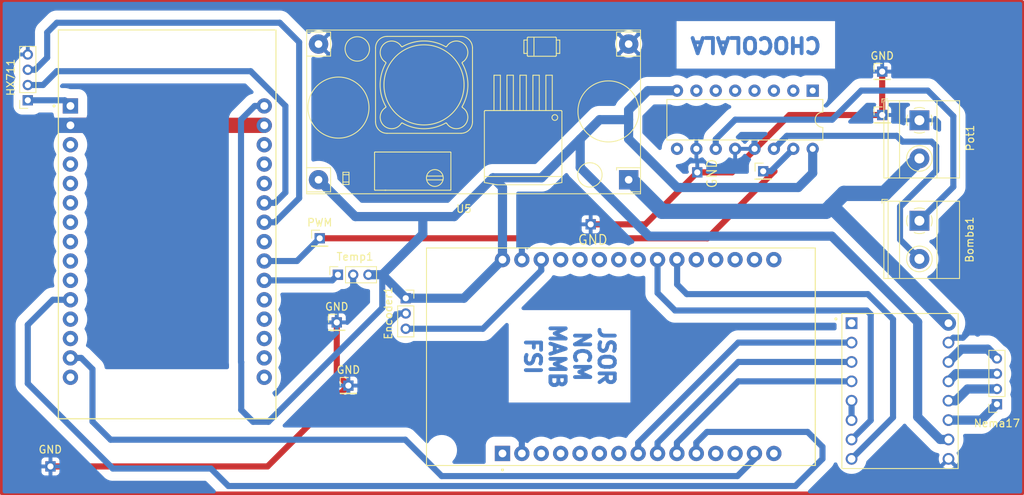
<source format=kicad_pcb>
(kicad_pcb (version 20221018) (generator pcbnew)
  (layers (0 "F.Cu" signal) (31 "B.Cu" signal) (34 "B.Paste" user) (35 "F.Paste" user) (36 "B.SilkS" user "B.Silkscreen") (37 "F.SilkS" user "F.Silkscreen") (38 "B.Mask" user) (39 "F.Mask" user) (44 "Edge.Cuts" user))
  (net 0 "")
  (net 1 "+6V")
  (net 2 "Net-(Nema17-Pin_1)")
  (net 3 "Net-(Nema17-Pin_2)")
  (net 4 "Net-(Nema17-Pin_3)")
  (net 5 "PWM Bomba")
  (net 6 "Net-(Nema17-Pin_4)")
  (net 15 "SDA")
  (net 18 "SCL")
  (net 20 "GND")
  (net 21 "DT")
  (net 22 "SCK")
  (net 23 "3.3V")
  (net 24 "Pos Bomba")
  (net 25 "Neg Bomba")
  (net 29 "Dir")
  (net 30 "Step")
  (net 32 "Encoder")
  (net 33 "12V")
  (net 34 "Temp")
  (net 42 "M1")
  (net 43 "M2")
  (net 44 "M3")
  (net 51 "Net-(U3-~{RESET})")
  (net 69 "3.3VE")
  (footprint "Connector_PinSocket_2.00mm:PinSocket_1x03_P2.00mm_Vertical" (layer "F.Cu") (at 140.97 91.98)
    (fp_text reference "Encoder1" (at -2.286 1.9492 90) (layer "F.SilkS"))
    (fp_text value "Screw_Terminal_01x03" hide)
    (pad "1" thru_hole rect (at 0 0) (size 1.35 1.35) (drill 0.8) (layers "*.Cu" "*.Mask") (net 1 "+6V"))
    (pad "2" thru_hole oval (at 0 2) (size 1.35 1.35) (drill 0.8) (layers "*.Cu" "*.Mask") (net 20 "GND"))
    (pad "3" thru_hole oval (at 0 4) (size 1.35 1.35) (drill 0.8) (layers "*.Cu" "*.Mask") (net 32 "Encoder"))
  )
  (footprint "Connector_PinHeader_2.00mm:PinHeader_1x01_P2.00mm_Vertical" (layer "F.Cu") (at 203.4032 67.9704)
    (fp_text reference "J5" hide)
    (fp_text value "Conn_01x01_Socket" hide)
    (pad "1" thru_hole rect (at 0 0) (size 1.35 1.35) (drill 0.8) (layers "*.Cu" "*.Mask") (net 20 "GND"))
  )
  (footprint "Connector_PinSocket_2.00mm:PinSocket_1x04_P2.00mm_Vertical" (layer "F.Cu") (at 218.44 105.87 180)
    (fp_text reference "Nema17" (at 0 -2.5) (layer "F.SilkS"))
    (fp_text value "Screw_Terminal_01x04" hide)
    (pad "1" thru_hole rect (at 0 0 180) (size 1.35 1.35) (drill 0.8) (layers "*.Cu" "*.Mask") (net 2 "Net-(Nema17-Pin_1)"))
    (pad "2" thru_hole oval (at 0 2 180) (size 1.35 1.35) (drill 0.8) (layers "*.Cu" "*.Mask") (net 3 "Net-(Nema17-Pin_2)"))
    (pad "3" thru_hole oval (at 0 4 180) (size 1.35 1.35) (drill 0.8) (layers "*.Cu" "*.Mask") (net 4 "Net-(Nema17-Pin_3)"))
    (pad "4" thru_hole oval (at 0 6 180) (size 1.35 1.35) (drill 0.8) (layers "*.Cu" "*.Mask") (net 6 "Net-(Nema17-Pin_4)"))
  )
  (footprint "Connector_PinSocket_2.00mm:PinSocket_1x03_P2.00mm_Vertical" (layer "F.Cu") (at 132.08 88.9 90)
    (fp_text reference "Temp1" (at 2.3622 2.2352) (layer "F.SilkS"))
    (fp_text value "Screw_Terminal_01x03" hide)
    (pad "1" thru_hole rect (at 0 0 90) (size 1.35 1.35) (drill 0.8) (layers "*.Cu" "*.Mask") (net 34 "Temp"))
    (pad "2" thru_hole oval (at 0 2 90) (size 1.35 1.35) (drill 0.8) (layers "*.Cu" "*.Mask") (net 20 "GND"))
    (pad "3" thru_hole oval (at 0 4 90) (size 1.35 1.35) (drill 0.8) (layers "*.Cu" "*.Mask") (net 1 "+6V"))
  )
  (footprint "TerminalBlock_Phoenix:TerminalBlock_Phoenix_MKDS-1,5-2_1x02_P5.00mm_Horizontal" (layer "F.Cu") (at 208.28 68.66 -90)
    (fp_text reference "Pot1" (at 2.333 -6.6548 90) (layer "F.SilkS"))
    (fp_text value "Screw_Terminal_01x02" hide)
    (pad "1" thru_hole rect (at 0 0 270) (size 2.6 2.6) (drill 1.3) (layers "*.Cu" "*.Mask") (net 20 "GND"))
    (pad "2" thru_hole circle (at 5 0 270) (size 2.6 2.6) (drill 1.3) (layers "*.Cu" "*.Mask") (net 33 "12V"))
  )
  (footprint "Package_DIP:DIP-16_W7.62mm" (layer "F.Cu") (at 194.295 64.78 -90)
    (fp_text reference "U2" hide)
    (fp_text value "L293D")
    (pad "1" thru_hole rect (at 0 0 270) (size 1.6 1.6) (drill 0.8) (layers "*.Cu" "*.Mask"))
    (pad "2" thru_hole oval (at 0 2.54 270) (size 1.6 1.6) (drill 0.8) (layers "*.Cu" "*.Mask"))
    (pad "3" thru_hole oval (at 0 5.08 270) (size 1.6 1.6) (drill 0.8) (layers "*.Cu" "*.Mask"))
    (pad "4" thru_hole oval (at 0 7.62 270) (size 1.6 1.6) (drill 0.8) (layers "*.Cu" "*.Mask"))
    (pad "5" thru_hole oval (at 0 10.16 270) (size 1.6 1.6) (drill 0.8) (layers "*.Cu" "*.Mask"))
    (pad "6" thru_hole oval (at 0 12.7 270) (size 1.6 1.6) (drill 0.8) (layers "*.Cu" "*.Mask"))
    (pad "7" thru_hole oval (at 0 15.24 270) (size 1.6 1.6) (drill 0.8) (layers "*.Cu" "*.Mask"))
    (pad "8" thru_hole oval (at 0 17.78 270) (size 1.6 1.6) (drill 0.8) (layers "*.Cu" "*.Mask") (net 1 "+6V"))
    (pad "9" thru_hole oval (at 7.62 17.78 270) (size 1.6 1.6) (drill 0.8) (layers "*.Cu" "*.Mask"))
    (pad "10" thru_hole oval (at 7.62 15.24 270) (size 1.6 1.6) (drill 0.8) (layers "*.Cu" "*.Mask") (net 20 "GND"))
    (pad "11" thru_hole oval (at 7.62 12.7 270) (size 1.6 1.6) (drill 0.8) (layers "*.Cu" "*.Mask") (net 25 "Neg Bomba"))
    (pad "12" thru_hole oval (at 7.62 10.16 270) (size 1.6 1.6) (drill 0.8) (layers "*.Cu" "*.Mask") (net 20 "GND"))
    (pad "13" thru_hole oval (at 7.62 7.62 270) (size 1.6 1.6) (drill 0.8) (layers "*.Cu" "*.Mask") (net 20 "GND"))
    (pad "14" thru_hole oval (at 7.62 5.08 270) (size 1.6 1.6) (drill 0.8) (layers "*.Cu" "*.Mask") (net 24 "Pos Bomba"))
    (pad "15" thru_hole oval (at 7.62 2.54 270) (size 1.6 1.6) (drill 0.8) (layers "*.Cu" "*.Mask") (net 5 "PWM Bomba"))
    (pad "16" thru_hole oval (at 7.62 0 270) (size 1.6 1.6) (drill 0.8) (layers "*.Cu" "*.Mask") (net 1 "+6V"))
  )
  (footprint "Connector_PinHeader_2.00mm:PinHeader_1x01_P2.00mm_Vertical" (layer "F.Cu") (at 187.8076 75.3364)
    (fp_text reference "J3" hide)
    (fp_text value "Conn_01x01_Socket" hide)
    (pad "1" thru_hole rect (at 0 0) (size 1.35 1.35) (drill 0.8) (layers "*.Cu" "*.Mask") (net 5 "PWM Bomba"))
  )
  (footprint "" (layer "F.Cu") (at 94.4118 114.0206)
    (fp_text reference "" (at 0 0) (layer "F.SilkS") (effects (font (size 1.27 1.27))))
    (fp_text value "" (at 0 0) (layer "F.SilkS") (effects (font (size 1.27 1.27))))
    (pad "1" thru_hole rect (at 0 0) (size 1.35 1.35) (drill 0.8) (layers "*.Cu" "*.Mask") (net 20 "GND"))
  )
  (footprint "" (layer "F.Cu") (at 179.1716 75.4888)
    (fp_text reference "GND" (at 1.9304 0.1524 90) (layer "F.SilkS") (effects (font (size 1.27 1.27))))
    (fp_text value "" (at 0 0) (layer "F.SilkS") (effects (font (size 1.27 1.27))))
    (pad "1" thru_hole rect (at 0 0) (size 1.35 1.35) (drill 0.8) (layers "*.Cu" "*.Mask") (net 20 "GND"))
  )
  (footprint "ESP32:MODULE_ESP32_DEVKIT_V1" (layer "F.Cu") (at 169.16 99.62 90)
    (fp_text reference "U6" hide)
    (fp_text value "ESP32-DEVKIT-V1" hide)
    (pad "" np_thru_hole circle (at -12.28 -23.475 90) (size 3 3) (drill 3) (layers "*.Cu" "*.Mask"))
    (pad "" np_thru_hole circle (at -12.28 23.475 90) (size 3 3) (drill 3) (layers "*.Cu" "*.Mask"))
    (pad "" np_thru_hole circle (at 12.23 -23.475 90) (size 3 3) (drill 3) (layers "*.Cu" "*.Mask"))
    (pad "" np_thru_hole circle (at 12.23 23.475 90) (size 3 3) (drill 3) (layers "*.Cu" "*.Mask"))
    (pad "1" thru_hole rect (at -12.7 -15.515 90) (size 2 2) (drill 1.02) (layers "*.Cu" "*.Mask") (net 69 "3.3VE"))
    (pad "2" thru_hole circle (at -12.7 -12.975 90) (size 2 2) (drill 1.02) (layers "*.Cu" "*.Mask") (net 20 "GND"))
    (pad "3" thru_hole circle (at -12.7 -10.435 90) (size 2 2) (drill 1.02) (layers "*.Cu" "*.Mask"))
    (pad "4" thru_hole circle (at -12.7 -7.895 90) (size 2 2) (drill 1.02) (layers "*.Cu" "*.Mask"))
    (pad "5" thru_hole circle (at -12.7 -5.355 90) (size 2 2) (drill 1.02) (layers "*.Cu" "*.Mask"))
    (pad "6" thru_hole circle (at -12.7 -2.815 90) (size 2 2) (drill 1.02) (layers "*.Cu" "*.Mask"))
    (pad "7" thru_hole circle (at -12.7 -0.275 90) (size 2 2) (drill 1.02) (layers "*.Cu" "*.Mask"))
    (pad "8" thru_hole circle (at -12.7 2.265 90) (size 2 2) (drill 1.02) (layers "*.Cu" "*.Mask") (net 42 "M1"))
    (pad "9" thru_hole circle (at -12.7 4.805 90) (size 2 2) (drill 1.02) (layers "*.Cu" "*.Mask") (net 43 "M2"))
    (pad "10" thru_hole circle (at -12.7 7.345 90) (size 2 2) (drill 1.02) (layers "*.Cu" "*.Mask") (net 44 "M3"))
    (pad "11" thru_hole circle (at -12.7 9.885 90) (size 2 2) (drill 1.02) (layers "*.Cu" "*.Mask") (net 15 "SDA"))
    (pad "12" thru_hole circle (at -12.7 12.425 90) (size 2 2) (drill 1.02) (layers "*.Cu" "*.Mask"))
    (pad "13" thru_hole circle (at -12.7 14.965 90) (size 2 2) (drill 1.02) (layers "*.Cu" "*.Mask"))
    (pad "14" thru_hole circle (at -12.7 17.505 90) (size 2 2) (drill 1.02) (layers "*.Cu" "*.Mask") (net 18 "SCL"))
    (pad "15" thru_hole circle (at -12.7 20.045 90) (size 2 2) (drill 1.02) (layers "*.Cu" "*.Mask"))
    (pad "16" thru_hole circle (at 12.7 20.045 90) (size 2 2) (drill 1.02) (layers "*.Cu" "*.Mask"))
    (pad "17" thru_hole circle (at 12.7 17.505 90) (size 2 2) (drill 1.02) (layers "*.Cu" "*.Mask"))
    (pad "18" thru_hole circle (at 12.7 14.965 90) (size 2 2) (drill 1.02) (layers "*.Cu" "*.Mask"))
    (pad "19" thru_hole circle (at 12.7 12.425 90) (size 2 2) (drill 1.02) (layers "*.Cu" "*.Mask"))
    (pad "20" thru_hole circle (at 12.7 9.885 90) (size 2 2) (drill 1.02) (layers "*.Cu" "*.Mask"))
    (pad "21" thru_hole circle (at 12.7 7.345 90) (size 2 2) (drill 1.02) (layers "*.Cu" "*.Mask") (net 29 "Dir"))
    (pad "22" thru_hole circle (at 12.7 4.805 90) (size 2 2) (drill 1.02) (layers "*.Cu" "*.Mask") (net 30 "Step"))
    (pad "23" thru_hole circle (at 12.7 2.265 90) (size 2 2) (drill 1.02) (layers "*.Cu" "*.Mask"))
    (pad "24" thru_hole circle (at 12.7 -0.275 90) (size 2 2) (drill 1.02) (layers "*.Cu" "*.Mask"))
    (pad "25" thru_hole circle (at 12.7 -2.815 90) (size 2 2) (drill 1.02) (layers "*.Cu" "*.Mask"))
    (pad "26" thru_hole circle (at 12.7 -5.355 90) (size 2 2) (drill 1.02) (layers "*.Cu" "*.Mask"))
    (pad "27" thru_hole circle (at 12.7 -7.895 90) (size 2 2) (drill 1.02) (layers "*.Cu" "*.Mask"))
    (pad "28" thru_hole circle (at 12.7 -10.435 90) (size 2 2) (drill 1.02) (layers "*.Cu" "*.Mask") (net 32 "Encoder"))
    (pad "29" thru_hole circle (at 12.7 -12.975 90) (size 2 2) (drill 1.02) (layers "*.Cu" "*.Mask") (net 20 "GND"))
    (pad "30" thru_hole circle (at 12.7 -15.515 90) (size 2 2) (drill 1.02) (layers "*.Cu" "*.Mask") (net 1 "+6V"))
  )
  (footprint "" (layer "F.Cu") (at 165.2016 82.296)
    (fp_text reference "GND" (at 0.2794 2.032) (layer "F.SilkS") (effects (font (size 1.27 1.27))))
    (fp_text value "" (at 0 0) (layer "F.SilkS") (effects (font (size 1.27 1.27))))
    (pad "1" thru_hole rect (at 0 0) (size 1.35 1.35) (drill 0.8) (layers "*.Cu" "*.Mask") (net 20 "GND"))
  )
  (footprint "StepDown_LM2596:YAAJ_DCDC_StepDown_LM2596" (layer "F.Cu") (at 170.18 76.454 180)
    (fp_text reference "U5" (at 21.59 -3.81) (layer "F.SilkS"))
    (fp_text value "LM2596")
    (pad "1" thru_hole rect (at 0 0 180) (size 2.54 2.54) (drill 1) (layers "*.Cu" "*.Mask") (net 33 "12V"))
    (pad "2" thru_hole circle (at 0 17.78 180) (size 2.54 2.54) (drill 1) (layers "*.Cu" "*.Mask") (net 20 "GND"))
    (pad "3" thru_hole circle (at 40.64 17.78 180) (size 2.54 2.54) (drill 1) (layers "*.Cu" "*.Mask") (net 20 "GND"))
    (pad "4" thru_hole circle (at 40.64 0 180) (size 2.54 2.54) (drill 1) (layers "*.Cu" "*.Mask") (net 1 "+6V"))
  )
  (footprint "Connector_PinSocket_2.00mm:PinSocket_1x04_P2.00mm_Vertical" (layer "F.Cu") (at 91.44 66.04 180)
    (fp_text reference "HX711" (at 2.2352 2.9972 90) (layer "F.SilkS"))
    (fp_text value "Screw_Terminal_01x04" hide)
    (pad "1" thru_hole rect (at 0 0 180) (size 1.35 1.35) (drill 0.8) (layers "*.Cu" "*.Mask") (net 23 "3.3V"))
    (pad "2" thru_hole oval (at 0 2 180) (size 1.35 1.35) (drill 0.8) (layers "*.Cu" "*.Mask") (net 22 "SCK"))
    (pad "3" thru_hole oval (at 0 4 180) (size 1.35 1.35) (drill 0.8) (layers "*.Cu" "*.Mask") (net 21 "DT"))
    (pad "4" thru_hole oval (at 0 6 180) (size 1.35 1.35) (drill 0.8) (layers "*.Cu" "*.Mask") (net 20 "GND"))
  )
  (footprint "ESP32:MODULE_ESP32_DEVKIT_V1" (layer "F.Cu") (at 109.728 82.296)
    (fp_text reference "U1" hide)
    (fp_text value "ESP32-DEVKIT-V1")
    (pad "" np_thru_hole circle (at -12.28 -23.475) (size 3 3) (drill 3) (layers "*.Cu" "*.Mask"))
    (pad "" np_thru_hole circle (at -12.28 23.475) (size 3 3) (drill 3) (layers "*.Cu" "*.Mask"))
    (pad "" np_thru_hole circle (at 12.23 -23.475) (size 3 3) (drill 3) (layers "*.Cu" "*.Mask"))
    (pad "" np_thru_hole circle (at 12.23 23.475) (size 3 3) (drill 3) (layers "*.Cu" "*.Mask"))
    (pad "1" thru_hole rect (at -12.7 -15.515) (size 2 2) (drill 1.02) (layers "*.Cu" "*.Mask") (net 23 "3.3V"))
    (pad "2" thru_hole circle (at -12.7 -12.975) (size 2 2) (drill 1.02) (layers "*.Cu" "*.Mask") (net 20 "GND"))
    (pad "3" thru_hole circle (at -12.7 -10.435) (size 2 2) (drill 1.02) (layers "*.Cu" "*.Mask"))
    (pad "4" thru_hole circle (at -12.7 -7.895) (size 2 2) (drill 1.02) (layers "*.Cu" "*.Mask"))
    (pad "5" thru_hole circle (at -12.7 -5.355) (size 2 2) (drill 1.02) (layers "*.Cu" "*.Mask"))
    (pad "6" thru_hole circle (at -12.7 -2.815) (size 2 2) (drill 1.02) (layers "*.Cu" "*.Mask"))
    (pad "7" thru_hole circle (at -12.7 -0.275) (size 2 2) (drill 1.02) (layers "*.Cu" "*.Mask"))
    (pad "8" thru_hole circle (at -12.7 2.265) (size 2 2) (drill 1.02) (layers "*.Cu" "*.Mask"))
    (pad "9" thru_hole circle (at -12.7 4.805) (size 2 2) (drill 1.02) (layers "*.Cu" "*.Mask"))
    (pad "10" thru_hole circle (at -12.7 7.345) (size 2 2) (drill 1.02) (layers "*.Cu" "*.Mask"))
    (pad "11" thru_hole circle (at -12.7 9.885) (size 2 2) (drill 1.02) (layers "*.Cu" "*.Mask") (net 15 "SDA"))
    (pad "12" thru_hole circle (at -12.7 12.425) (size 2 2) (drill 1.02) (layers "*.Cu" "*.Mask"))
    (pad "13" thru_hole circle (at -12.7 14.965) (size 2 2) (drill 1.02) (layers "*.Cu" "*.Mask"))
    (pad "14" thru_hole circle (at -12.7 17.505) (size 2 2) (drill 1.02) (layers "*.Cu" "*.Mask") (net 18 "SCL"))
    (pad "15" thru_hole circle (at -12.7 20.045) (size 2 2) (drill 1.02) (layers "*.Cu" "*.Mask"))
    (pad "16" thru_hole circle (at 12.7 20.045) (size 2 2) (drill 1.02) (layers "*.Cu" "*.Mask"))
    (pad "17" thru_hole circle (at 12.7 17.505) (size 2 2) (drill 1.02) (layers "*.Cu" "*.Mask"))
    (pad "18" thru_hole circle (at 12.7 14.965) (size 2 2) (drill 1.02) (layers "*.Cu" "*.Mask"))
    (pad "19" thru_hole circle (at 12.7 12.425) (size 2 2) (drill 1.02) (layers "*.Cu" "*.Mask"))
    (pad "20" thru_hole circle (at 12.7 9.885) (size 2 2) (drill 1.02) (layers "*.Cu" "*.Mask"))
    (pad "21" thru_hole circle (at 12.7 7.345) (size 2 2) (drill 1.02) (layers "*.Cu" "*.Mask") (net 34 "Temp"))
    (pad "22" thru_hole circle (at 12.7 4.805) (size 2 2) (drill 1.02) (layers "*.Cu" "*.Mask") (net 5 "PWM Bomba"))
    (pad "23" thru_hole circle (at 12.7 2.265) (size 2 2) (drill 1.02) (layers "*.Cu" "*.Mask"))
    (pad "24" thru_hole circle (at 12.7 -0.275) (size 2 2) (drill 1.02) (layers "*.Cu" "*.Mask") (net 21 "DT"))
    (pad "25" thru_hole circle (at 12.7 -2.815) (size 2 2) (drill 1.02) (layers "*.Cu" "*.Mask") (net 22 "SCK"))
    (pad "26" thru_hole circle (at 12.7 -5.355) (size 2 2) (drill 1.02) (layers "*.Cu" "*.Mask"))
    (pad "27" thru_hole circle (at 12.7 -7.895) (size 2 2) (drill 1.02) (layers "*.Cu" "*.Mask"))
    (pad "28" thru_hole circle (at 12.7 -10.435) (size 2 2) (drill 1.02) (layers "*.Cu" "*.Mask"))
    (pad "29" thru_hole circle (at 12.7 -12.975) (size 2 2) (drill 1.02) (layers "*.Cu" "*.Mask") (net 20 "GND"))
    (pad "30" thru_hole circle (at 12.7 -15.515) (size 2 2) (drill 1.02) (layers "*.Cu" "*.Mask") (net 1 "+6V"))
    (zone (net 0) (net_name "") (layer "B.Cu") (connect_pads (clearance 0)) (min_thickness 0.01)
      (keepout (tracks not_allowed) (vias not_allowed) (pads not_allowed) (copperpour not_allowed) (footprints allowed))
      (fill (thermal_gap 0.508) (thermal_bridge_width 0.508))
      (polygon (pts (xy 100.818 101.281) (xy 118.508 101.281) (xy 118.508 107.771) (xy 100.818 107.771)))
    )
  )
  (footprint "Connector_PinHeader_2.00mm:PinHeader_1x01_P2.00mm_Vertical" (layer "F.Cu") (at 133.4516 103.4288)
    (fp_text reference "GND" (at 0 -2.06) (layer "F.SilkS"))
    (fp_text value "Conn_01x01_Socket" hide)
    (pad "1" thru_hole rect (at 0 0) (size 1.35 1.35) (drill 0.8) (layers "*.Cu" "*.Mask") (net 20 "GND"))
  )
  (footprint "Connector_PinHeader_2.00mm:PinHeader_1x01_P2.00mm_Vertical" (layer "F.Cu") (at 203.4032 62.2808)
    (fp_text reference "GND" (at 0 -2.06) (layer "F.SilkS"))
    (fp_text value "Conn_01x01_Socket" hide)
    (pad "1" thru_hole rect (at 0 0) (size 1.35 1.35) (drill 0.8) (layers "*.Cu" "*.Mask") (net 20 "GND"))
  )
  (footprint "TerminalBlock_Phoenix:TerminalBlock_Phoenix_MKDS-1,5-2_1x02_P5.00mm_Horizontal" (layer "F.Cu") (at 208.28 81.828 -90)
    (fp_text reference "Bomba1" (at 2.4746 -6.5786 90) (layer "F.SilkS"))
    (fp_text value "Screw_Terminal_01x02" hide)
    (pad "1" thru_hole rect (at 0 0 270) (size 2.6 2.6) (drill 1.3) (layers "*.Cu" "*.Mask") (net 25 "Neg Bomba"))
    (pad "2" thru_hole circle (at 5 0 270) (size 2.6 2.6) (drill 1.3) (layers "*.Cu" "*.Mask") (net 24 "Pos Bomba"))
  )
  (footprint "Connector_PinHeader_2.00mm:PinHeader_1x01_P2.00mm_Vertical" (layer "F.Cu") (at 131.9276 95.1484)
    (fp_text reference "GND" (at 0 -2.06) (layer "F.SilkS"))
    (fp_text value "Conn_01x01_Socket" hide)
    (pad "1" thru_hole rect (at 0 0) (size 1.35 1.35) (drill 0.8) (layers "*.Cu" "*.Mask") (net 20 "GND"))
  )
  (footprint "A4988:MODULE_A4988_STEPPER_MOTOR_DRIVER_CARRIER" (layer "F.Cu") (at 205.74 104.14)
    (fp_text reference "U3" hide)
    (fp_text value "A4988")
    (pad "1" thru_hole rect (at -6.35 -8.89) (size 1.53 1.53) (drill 1.02) (layers "*.Cu" "*.Mask"))
    (pad "2" thru_hole circle (at -6.35 -6.35) (size 1.53 1.53) (drill 1.02) (layers "*.Cu" "*.Mask") (net 42 "M1"))
    (pad "3" thru_hole circle (at -6.35 -3.81) (size 1.53 1.53) (drill 1.02) (layers "*.Cu" "*.Mask") (net 43 "M2"))
    (pad "4" thru_hole circle (at -6.35 -1.27) (size 1.53 1.53) (drill 1.02) (layers "*.Cu" "*.Mask") (net 44 "M3"))
    (pad "5" thru_hole circle (at -6.35 1.27) (size 1.53 1.53) (drill 1.02) (layers "*.Cu" "*.Mask") (net 51 "Net-(U3-~{RESET})"))
    (pad "6" thru_hole circle (at -6.35 3.81) (size 1.53 1.53) (drill 1.02) (layers "*.Cu" "*.Mask") (net 51 "Net-(U3-~{RESET})"))
    (pad "7" thru_hole circle (at -6.35 6.35) (size 1.53 1.53) (drill 1.02) (layers "*.Cu" "*.Mask") (net 30 "Step"))
    (pad "8" thru_hole circle (at -6.35 8.89) (size 1.53 1.53) (drill 1.02) (layers "*.Cu" "*.Mask") (net 29 "Dir"))
    (pad "9" thru_hole circle (at 6.35 8.89) (size 1.53 1.53) (drill 1.02) (layers "*.Cu" "*.Mask") (net 20 "GND"))
    (pad "10" thru_hole circle (at 6.35 6.35) (size 1.53 1.53) (drill 1.02) (layers "*.Cu" "*.Mask") (net 1 "+6V"))
    (pad "11" thru_hole circle (at 6.35 3.81) (size 1.53 1.53) (drill 1.02) (layers "*.Cu" "*.Mask") (net 2 "Net-(Nema17-Pin_1)"))
    (pad "12" thru_hole circle (at 6.35 1.27) (size 1.53 1.53) (drill 1.02) (layers "*.Cu" "*.Mask") (net 3 "Net-(Nema17-Pin_2)"))
    (pad "13" thru_hole circle (at 6.35 -1.27) (size 1.53 1.53) (drill 1.02) (layers "*.Cu" "*.Mask") (net 4 "Net-(Nema17-Pin_3)"))
    (pad "14" thru_hole circle (at 6.35 -3.81) (size 1.53 1.53) (drill 1.02) (layers "*.Cu" "*.Mask") (net 6 "Net-(Nema17-Pin_4)"))
    (pad "15" thru_hole circle (at 6.35 -6.35) (size 1.53 1.53) (drill 1.02) (layers "*.Cu" "*.Mask") (net 20 "GND"))
    (pad "16" thru_hole circle (at 6.35 -8.89) (size 1.53 1.53) (drill 1.02) (layers "*.Cu" "*.Mask") (net 33 "12V"))
  )
  (footprint "Connector_PinHeader_2.00mm:PinHeader_1x01_P2.00mm_Vertical" (layer "F.Cu") (at 129.6924 84.1248)
    (fp_text reference "PWM" (at 0 -2.06) (layer "F.SilkS"))
    (fp_text value "Conn_01x01_Socket" hide)
    (pad "1" thru_hole rect (at 0 0) (size 1.35 1.35) (drill 0.8) (layers "*.Cu" "*.Mask") (net 5 "PWM Bomba"))
  )
  (gr_rect (start 88.048 53.148) (end 221.742 117.554) (stroke (width 0.5)) (fill none) (layer "F.Cu"))
  (gr_text "CHOCOLALA" (at 186.8424 58.7756 180) (layer "B.Cu") (effects (font (size 2 2) (thickness 0.5))))
  (gr_text "JSOR\nNCM\nMAMB\nFSI" (at 162.433 99.5934 -90) (layer "B.Cu") (effects (font (size 2 2) (thickness 0.5))))
  (gr_text "GND" (at 94.3864 111.8108) (layer "F.SilkS") (effects (font (size 1 1))))
  (segment (start 137.89 93.25) (end 122.969 108.171) (width 0.8) (layer "B.Cu") (net 1))
  (segment (start 122.969 108.171) (end 120.963887 108.171) (width 0.8) (layer "B.Cu") (net 1))
  (segment (start 140.97 91.98) (end 148.585 91.98) (width 1.2) (layer "B.Cu") (net 1))
  (segment (start 172.8314 83.8454) (end 163.83 74.844) (width 1.2) (layer "B.Cu") (net 1))
  (segment (start 153.645 86.92) (end 153.645 77.445) (width 1.2) (layer "B.Cu") (net 1))
  (segment (start 194.295 72.4) (end 194.295 75.58) (width 1.2) (layer "B.Cu") (net 1))
  (segment (start 129.54 76.454) (end 134.366 81.28) (width 1.2) (layer "B.Cu") (net 1))
  (segment (start 212.09 110.49) (end 211.008127 110.49) (width 1.2) (layer "B.Cu") (net 1))
  (segment (start 119.38 68.58) (end 121.179 66.781) (width 0.8) (layer "B.Cu") (net 1))
  (segment (start 134.366 81.28) (end 143.2052 81.28) (width 1.2) (layer "B.Cu") (net 1))
  (segment (start 196.7992 83.8454) (end 172.8314 83.8454) (width 1.2) (layer "B.Cu") (net 1))
  (segment (start 120.963887 108.171) (end 119.408 106.615113) (width 0.8) (layer "B.Cu") (net 1))
  (segment (start 121.179 66.781) (end 122.428 66.781) (width 0.8) (layer "B.Cu") (net 1))
  (segment (start 137.89 88.9) (end 137.89 93.25) (width 0.8) (layer "B.Cu") (net 1))
  (segment (start 119.38 100.33) (end 119.38 68.58) (width 0.8) (layer "B.Cu") (net 1))
  (segment (start 143.2052 81.28) (end 147.32 81.28) (width 1.2) (layer "B.Cu") (net 1))
  (segment (start 208.0514 95.0976) (end 196.7992 83.8454) (width 1.2) (layer "B.Cu") (net 1))
  (segment (start 170.17 68.58) (end 166.37 68.58) (width 1.2) (layer "B.Cu") (net 1))
  (segment (start 170.17 67.31) (end 172.7 64.78) (width 1.2) (layer "B.Cu") (net 1))
  (segment (start 143.2052 83.5848) (end 137.89 88.9) (width 1.2) (layer "B.Cu") (net 1))
  (segment (start 194.295 75.58) (end 192.405 77.47) (width 1.2) (layer "B.Cu") (net 1))
  (segment (start 137.89 88.9) (end 140.97 91.98) (width 1.2) (layer "B.Cu") (net 1))
  (segment (start 148.585 91.98) (end 153.645 86.92) (width 1.2) (layer "B.Cu") (net 1))
  (segment (start 172.7 64.78) (end 176.515 64.78) (width 1.2) (layer "B.Cu") (net 1))
  (segment (start 211.008127 110.49) (end 208.0514 107.533273) (width 1.2) (layer "B.Cu") (net 1))
  (segment (start 143.2052 81.28) (end 143.2052 83.5848) (width 1.2) (layer "B.Cu") (net 1))
  (segment (start 208.0514 107.533273) (end 208.0514 95.0976) (width 1.2) (layer "B.Cu") (net 1))
  (segment (start 152.4 76.2) (end 158.75 76.2) (width 1.2) (layer "B.Cu") (net 1))
  (segment (start 192.405 77.47) (end 176.53 77.47) (width 1.2) (layer "B.Cu") (net 1))
  (segment (start 153.645 77.445) (end 152.4 76.2) (width 1.2) (layer "B.Cu") (net 1))
  (segment (start 163.83 71.12) (end 158.75 76.2) (width 1.2) (layer "B.Cu") (net 1))
  (segment (start 166.37 68.58) (end 163.83 71.12) (width 1.2) (layer "B.Cu") (net 1))
  (segment (start 170.17 71.11) (end 170.17 67.31) (width 1.2) (layer "B.Cu") (net 1))
  (segment (start 163.83 74.844) (end 163.83 71.12) (width 1.2) (layer "B.Cu") (net 1))
  (segment (start 137.89 88.9) (end 136.08 88.9) (width 1.2) (layer "B.Cu") (net 1))
  (segment (start 119.408 100.358) (end 119.38 100.33) (width 0.8) (layer "B.Cu") (net 1))
  (segment (start 176.53 77.47) (end 170.17 71.11) (width 1.2) (layer "B.Cu") (net 1))
  (segment (start 147.32 81.28) (end 152.4 76.2) (width 1.2) (layer "B.Cu") (net 1))
  (segment (start 119.408 106.615113) (end 119.408 100.358) (width 0.8) (layer "B.Cu") (net 1))
  (segment (start 212.09 107.95) (end 216.36 107.95) (width 1.2) (layer "B.Cu") (net 2))
  (segment (start 216.36 107.95) (end 218.44 105.87) (width 1.2) (layer "B.Cu") (net 2))
  (segment (start 213.0552 105.41) (end 214.5952 103.87) (width 1.2) (layer "B.Cu") (net 3))
  (segment (start 214.5952 103.87) (end 218.44 103.87) (width 1.2) (layer "B.Cu") (net 3))
  (segment (start 212.09 105.41) (end 213.0552 105.41) (width 1.2) (layer "B.Cu") (net 3))
  (segment (start 213.09 101.87) (end 218.44 101.87) (width 1.2) (layer "B.Cu") (net 4))
  (segment (start 212.09 102.87) (end 213.09 101.87) (width 1.2) (layer "B.Cu") (net 4))
  (segment (start 187.8076 75.3364) (end 189.2826 75.3364) (width 0.8) (layer "F.Cu") (net 5))
  (segment (start 180.4942 84.1248) (end 129.6924 84.1248) (width 0.8) (layer "F.Cu") (net 5))
  (segment (start 189.2826 75.3364) (end 180.4942 84.1248) (width 0.8) (layer "F.Cu") (net 5))
  (segment (start 187.8076 75.3364) (end 188.8186 75.3364) (width 0.8) (layer "B.Cu") (net 5))
  (segment (start 122.428 87.101) (end 126.7162 87.101) (width 0.8) (layer "B.Cu") (net 5))
  (segment (start 188.8186 75.3364) (end 191.755 72.4) (width 0.8) (layer "B.Cu") (net 5))
  (segment (start 126.7162 87.101) (end 129.6924 84.1248) (width 0.8) (layer "B.Cu") (net 5))
  (segment (start 217.2236 98.6536) (end 213.7664 98.6536) (width 1.2) (layer "B.Cu") (net 6))
  (segment (start 213.7664 98.6536) (end 212.09 100.33) (width 1.2) (layer "B.Cu") (net 6))
  (segment (start 218.44 99.87) (end 217.2236 98.6536) (width 1.2) (layer "B.Cu") (net 6))
  (segment (start 97.028 92.181) (end 94.721 92.181) (width 0.8) (layer "B.Cu") (net 15))
  (segment (start 115.438478 114.3) (end 117.724478 116.586) (width 0.8) (layer "B.Cu") (net 15))
  (segment (start 91.44 95.462) (end 91.44 103.157113) (width 0.8) (layer "B.Cu") (net 15))
  (segment (start 117.724478 116.586) (end 192.024 116.586) (width 0.8) (layer "B.Cu") (net 15))
  (segment (start 180.450787 109.5) (end 179.045 110.905787) (width 0.8) (layer "B.Cu") (net 15))
  (segment (start 91.44 103.157113) (end 102.582887 114.3) (width 0.8) (layer "B.Cu") (net 15))
  (segment (start 102.582887 114.3) (end 115.438478 114.3) (width 0.8) (layer "B.Cu") (net 15))
  (segment (start 192.024 116.586) (end 195.58 113.03) (width 0.8) (layer "B.Cu") (net 15))
  (segment (start 193.629113 109.5) (end 180.450787 109.5) (width 0.8) (layer "B.Cu") (net 15))
  (segment (start 195.58 113.03) (end 195.58 111.450887) (width 0.8) (layer "B.Cu") (net 15))
  (segment (start 195.58 111.450887) (end 193.629113 109.5) (width 0.8) (layer "B.Cu") (net 15))
  (segment (start 179.045 110.905787) (end 179.045 112.32) (width 0.8) (layer "B.Cu") (net 15))
  (segment (start 94.721 92.181) (end 91.44 95.462) (width 0.8) (layer "B.Cu") (net 15))
  (segment (start 99.918 108.143792) (end 102.294208 110.52) (width 0.8) (layer "B.Cu") (net 18))
  (segment (start 99.918 101.276787) (end 99.918 108.143792) (width 0.8) (layer "B.Cu") (net 18))
  (segment (start 184.434 115.286) (end 186.665 113.055) (width 0.8) (layer "B.Cu") (net 18))
  (segment (start 186.665 113.055) (end 186.665 112.32) (width 0.8) (layer "B.Cu") (net 18))
  (segment (start 140.910887 110.52) (end 145.676887 115.286) (width 0.8) (layer "B.Cu") (net 18))
  (segment (start 97.028 99.801) (end 98.442213 99.801) (width 0.8) (layer "B.Cu") (net 18))
  (segment (start 102.294208 110.52) (end 140.910887 110.52) (width 0.8) (layer "B.Cu") (net 18))
  (segment (start 145.676887 115.286) (end 184.434 115.286) (width 0.8) (layer "B.Cu") (net 18))
  (segment (start 98.442213 99.801) (end 99.918 101.276787) (width 0.8) (layer "B.Cu") (net 18))
  (segment (start 94.4118 114.0206) (end 122.8598 114.0206) (width 0.8) (layer "F.Cu") (net 20))
  (segment (start 179.1716 75.4888) (end 183.722036 75.4888) (width 0.8) (layer "F.Cu") (net 20))
  (segment (start 203.4032 67.9704) (end 203.4032 62.2808) (width 0.8) (layer "F.Cu") (net 20))
  (segment (start 122.8598 114.0206) (end 133.4516 103.4288) (width 0.8) (layer "F.Cu") (net 20))
  (segment (start 179.1716 75.4888) (end 172.3644 82.296) (width 0.8) (layer "F.Cu") (net 20))
  (segment (start 183.722036 75.4888) (end 191.240436 67.9704) (width 0.8) (layer "F.Cu") (net 20))
  (segment (start 131.9276 101.9048) (end 133.4516 103.4288) (width 0.8) (layer "F.Cu") (net 20))
  (segment (start 131.9276 95.1484) (end 131.9276 101.9048) (width 0.8) (layer "F.Cu") (net 20))
  (segment (start 172.3644 82.296) (end 165.2016 82.296) (width 0.8) (layer "F.Cu") (net 20))
  (segment (start 97.028 69.321) (end 122.428 69.321) (width 2) (layer "F.Cu") (net 20))
  (segment (start 191.240436 67.9704) (end 203.4032 67.9704) (width 0.8) (layer "F.Cu") (net 20))
  (segment (start 97.028 69.321) (end 99.801 69.321) (width 2) (layer "B.Cu") (net 20))
  (segment (start 212.7264 97.1536) (end 213.971 97.1536) (width 0.8) (layer "B.Cu") (net 20))
  (segment (start 156.185 112.32) (end 156.185 109.6014) (width 0.8) (layer "B.Cu") (net 20))
  (segment (start 156.185 86.92) (end 156.185 83.668) (width 0.8) (layer "B.Cu") (net 20))
  (segment (start 213.971 97.1536) (end 214.8332 96.2914) (width 0.8) (layer "B.Cu") (net 20))
  (segment (start 140.97 93.98) (end 140.081 93.98) (width 0.8) (layer "B.Cu") (net 20))
  (segment (start 212.09 97.79) (end 212.7264 97.1536) (width 0.8) (layer "B.Cu") (net 20))
  (segment (start 156.185 83.668) (end 156.1846 83.6676) (width 0.8) (layer "B.Cu") (net 20))
  (segment (start 99.801 69.321) (end 100.33 69.85) (width 2) (layer "B.Cu") (net 20))
  (segment (start 186.675 70.9064) (end 186.817 70.7644) (width 0.8) (layer "B.Cu") (net 20))
  (segment (start 140.081 93.98) (end 138.5824 95.4786) (width 0.8) (layer "B.Cu") (net 20))
  (segment (start 134.08 88.9) (end 134.08 90.7222) (width 0.8) (layer "B.Cu") (net 20))
  (segment (start 186.675 72.4) (end 186.675 70.9064) (width 0.8) (layer "B.Cu") (net 20))
  (segment (start 214.8332 96.2914) (end 215.5698 96.2914) (width 0.8) (layer "B.Cu") (net 20))
  (segment (start 97.028 69.321) (end 94.509 69.321) (width 2) (layer "B.Cu") (net 20))
  (segment (start 94.509 69.321) (end 93.98 69.85) (width 2) (layer "B.Cu") (net 20))
  (segment (start 215.5698 96.2914) (end 215.9 96.6216) (width 0.8) (layer "B.Cu") (net 20))
  (segment (start 122.428 82.021) (end 123.842213 82.021) (width 0.8) (layer "B.Cu") (net 21))
  (segment (start 93.98 57.15) (end 95.25 55.88) (width 0.8) (layer "B.Cu") (net 21))
  (segment (start 123.842213 82.021) (end 127 78.863213) (width 0.8) (layer "B.Cu") (net 21))
  (segment (start 127 58.42) (end 124.46 55.88) (width 0.8) (layer "B.Cu") (net 21))
  (segment (start 127 78.863213) (end 127 58.42) (width 0.8) (layer "B.Cu") (net 21))
  (segment (start 93.98 60.454594) (end 93.98 57.15) (width 0.8) (layer "B.Cu") (net 21))
  (segment (start 91.44 62.04) (end 92.394594 62.04) (width 0.8) (layer "B.Cu") (net 21))
  (segment (start 124.46 55.88) (end 95.25 55.88) (width 0.8) (layer "B.Cu") (net 21))
  (segment (start 92.394594 62.04) (end 93.98 60.454594) (width 0.8) (layer "B.Cu") (net 21))
  (segment (start 93.44 64.04) (end 91.44 64.04) (width 0.8) (layer "B.Cu") (net 22))
  (segment (start 120.65 62.23) (end 95.25 62.23) (width 0.8) (layer "B.Cu") (net 22))
  (segment (start 123.842213 79.481) (end 125.1966 78.126613) (width 0.8) (layer "B.Cu") (net 22))
  (segment (start 122.428 79.481) (end 123.842213 79.481) (width 0.8) (layer "B.Cu") (net 22))
  (segment (start 125.1966 78.126613) (end 125.1966 66.7766) (width 0.8) (layer "B.Cu") (net 22))
  (segment (start 125.1966 66.7766) (end 120.65 62.23) (width 0.8) (layer "B.Cu") (net 22))
  (segment (start 95.25 62.23) (end 93.44 64.04) (width 0.8) (layer "B.Cu") (net 22))
  (segment (start 96.287 66.04) (end 97.028 66.781) (width 0.8) (layer "B.Cu") (net 23))
  (segment (start 91.44 66.04) (end 96.287 66.04) (width 0.8) (layer "B.Cu") (net 23))
  (segment (start 209.86 71.46) (end 210.48 72.08) (width 0.8) (layer "B.Cu") (net 24))
  (segment (start 205.74 84.288) (end 208.28 86.828) (width 0.8) (layer "B.Cu") (net 24))
  (segment (start 206.08 71.46) (end 209.86 71.46) (width 0.8) (layer "B.Cu") (net 24))
  (segment (start 210.48 75.27) (end 205.9686 79.7814) (width 0.8) (layer "B.Cu") (net 24))
  (segment (start 205.74 79.9846) (end 205.74 84.288) (width 0.8) (layer "B.Cu") (net 24))
  (segment (start 190.915 70.7) (end 205.32 70.7) (width 0.8) (layer "B.Cu") (net 24))
  (segment (start 205.9686 79.7814) (end 205.9432 79.7814) (width 0.8) (layer "B.Cu") (net 24))
  (segment (start 189.215 72.4) (end 190.915 70.7) (width 0.8) (layer "B.Cu") (net 24))
  (segment (start 210.48 72.08) (end 210.48 75.27) (width 0.8) (layer "B.Cu") (net 24))
  (segment (start 205.32 70.7) (end 206.08 71.46) (width 0.8) (layer "B.Cu") (net 24))
  (segment (start 205.9432 79.7814) (end 205.74 79.9846) (width 0.8) (layer "B.Cu") (net 24))
  (segment (start 212.725 68.1228) (end 209.3722 64.77) (width 0.8) (layer "B.Cu") (net 25))
  (segment (start 200.66 64.77) (end 196.85 68.58) (width 0.8) (layer "B.Cu") (net 25))
  (segment (start 184.15 68.58) (end 181.595 71.135) (width 0.8) (layer "B.Cu") (net 25))
  (segment (start 212.725 77.383) (end 212.725 68.1228) (width 0.8) (layer "B.Cu") (net 25))
  (segment (start 181.595 71.135) (end 181.595 72.4) (width 0.8) (layer "B.Cu") (net 25))
  (segment (start 208.28 81.828) (end 212.725 77.383) (width 0.8) (layer "B.Cu") (net 25))
  (segment (start 196.85 68.58) (end 184.15 68.58) (width 0.8) (layer "B.Cu") (net 25))
  (segment (start 209.3722 64.77) (end 200.66 64.77) (width 0.8) (layer "B.Cu") (net 25))
  (segment (start 201.5236 91.44) (end 204.8256 94.742) (width 0.8) (layer "B.Cu") (net 29))
  (segment (start 176.53 86.945) (end 176.53 90.17) (width 0.8) (layer "B.Cu") (net 29))
  (segment (start 176.53 90.17) (end 177.8 91.44) (width 0.8) (layer "B.Cu") (net 29))
  (segment (start 204.8256 94.742) (end 204.8256 107.5944) (width 0.8) (layer "B.Cu") (net 29))
  (segment (start 177.8 91.44) (end 201.5236 91.44) (width 0.8) (layer "B.Cu") (net 29))
  (segment (start 204.8256 107.5944) (end 199.39 113.03) (width 0.8) (layer "B.Cu") (net 29))
  (segment (start 201.385202 93.585) (end 201.9 94.099798) (width 0.8) (layer "B.Cu") (net 30))
  (segment (start 173.965 91.288) (end 176.262 93.585) (width 0.8) (layer "B.Cu") (net 30))
  (segment (start 201.9 94.099798) (end 201.9 107.98) (width 0.8) (layer "B.Cu") (net 30))
  (segment (start 173.965 86.92) (end 173.965 91.288) (width 0.8) (layer "B.Cu") (net 30))
  (segment (start 176.262 93.585) (end 201.385202 93.585) (width 0.8) (layer "B.Cu") (net 30))
  (segment (start 201.9 107.98) (end 199.39 110.49) (width 0.8) (layer "B.Cu") (net 30))
  (segment (start 158.725 88.334213) (end 158.725 86.92) (width 0.8) (layer "B.Cu") (net 32))
  (segment (start 140.97 95.98) (end 151.079213 95.98) (width 0.8) (layer "B.Cu") (net 32))
  (segment (start 151.079213 95.98) (end 158.725 88.334213) (width 0.8) (layer "B.Cu") (net 32))
  (segment (start 170.434 76.454) (end 174.5742 80.5942) (width 2) (layer "B.Cu") (net 33))
  (segment (start 203.7 78.24) (end 208.28 73.66) (width 2) (layer "B.Cu") (net 33))
  (segment (start 198.3914 78.24) (end 203.7 78.24) (width 2) (layer "B.Cu") (net 33))
  (segment (start 196.0372 80.5942) (end 196.7357 79.8957) (width 2) (layer "B.Cu") (net 33))
  (segment (start 212.09 95.25) (end 196.7357 79.8957) (width 2) (layer "B.Cu") (net 33))
  (segment (start 196.7357 79.8957) (end 198.3914 78.24) (width 2) (layer "B.Cu") (net 33))
  (segment (start 174.5742 80.5942) (end 196.0372 80.5942) (width 2) (layer "B.Cu") (net 33))
  (segment (start 131.339 89.641) (end 132.08 88.9) (width 0.8) (layer "B.Cu") (net 34))
  (segment (start 122.428 89.641) (end 131.339 89.641) (width 0.8) (layer "B.Cu") (net 34))
  (segment (start 171.425 110.905787) (end 184.540787 97.79) (width 0.8) (layer "B.Cu") (net 42))
  (segment (start 171.425 112.32) (end 171.425 110.905787) (width 0.8) (layer "B.Cu") (net 42))
  (segment (start 184.540787 97.79) (end 199.39 97.79) (width 0.8) (layer "B.Cu") (net 42))
  (segment (start 173.965 110.905787) (end 184.540787 100.33) (width 0.8) (layer "B.Cu") (net 43))
  (segment (start 184.540787 100.33) (end 199.39 100.33) (width 0.8) (layer "B.Cu") (net 43))
  (segment (start 173.965 112.32) (end 173.965 110.905787) (width 0.8) (layer "B.Cu") (net 43))
  (segment (start 184.540787 102.87) (end 199.39 102.87) (width 0.8) (layer "B.Cu") (net 44))
  (segment (start 176.505 110.905787) (end 184.540787 102.87) (width 0.8) (layer "B.Cu") (net 44))
  (segment (start 176.505 112.32) (end 176.505 110.905787) (width 0.8) (layer "B.Cu") (net 44))
  (segment (start 199.39 107.95) (end 199.39 105.41) (width 0.8) (layer "B.Cu") (net 51))
  (zone (net 20) (net_name "GND") (layer "B.Cu") (connect_pads (clearance 1.2)) (min_thickness 0.5) (fill yes (thermal_gap 0.508) (thermal_bridge_width 0.508))
    (polygon (pts (xy 221.742 117.554) (xy 88.148 117.554) (xy 88.148 53.148) (xy 221.742 53.148)))
  )
)
</source>
